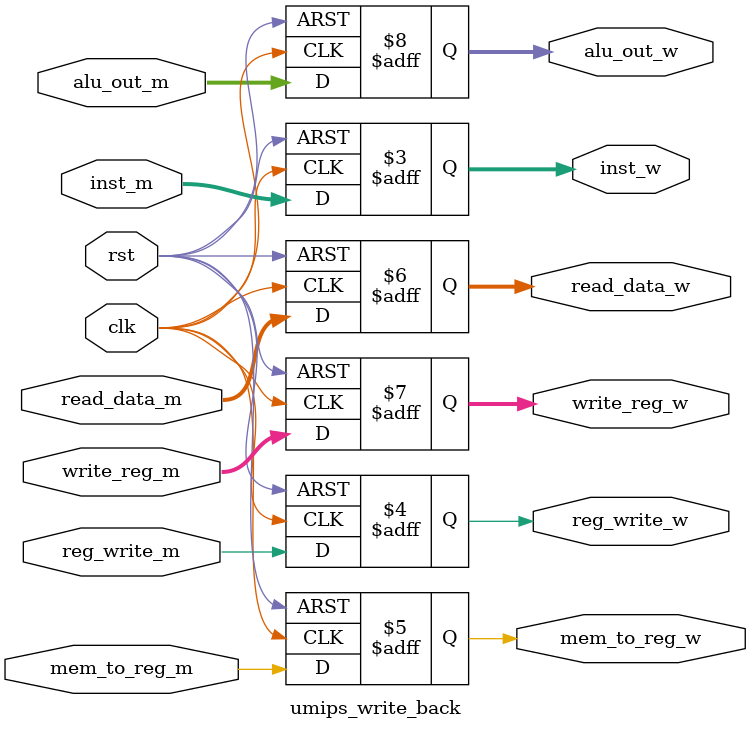
<source format=v>

module umips_write_back (
	input wire clk, 
    input wire rst,

	input wire [31:0] inst_m, 
    output reg [31:0] inst_w, //for simulation only

	input wire reg_write_m, 
    output reg reg_write_w, 

    input wire mem_to_reg_m, 
    output reg mem_to_reg_w,

	input wire [31:0] read_data_m, 
    output reg [31:0] read_data_w,

	input wire [4:0] write_reg_m, 
    output reg [4:0] write_reg_w,

	input wire [31:0] alu_out_m,
    output reg [31:0] alu_out_w
);
	always @(posedge clk, negedge rst)
		if (rst == 0) begin			
			inst_w			<= 0;		
			reg_write_w	    <= 0;
			mem_to_reg_w	<= 0;
			read_data_w	    <= 0;
			alu_out_w 		<= 0;
			write_reg_w  	<= 0;
		end
		else begin		
			inst_w			<= inst_m;
			reg_write_w	    <= reg_write_m;
			mem_to_reg_w	<= mem_to_reg_m;
			read_data_w	    <= read_data_m;
			alu_out_w 		<= alu_out_m;
			write_reg_w  	<= write_reg_m;
		end
endmodule

</source>
